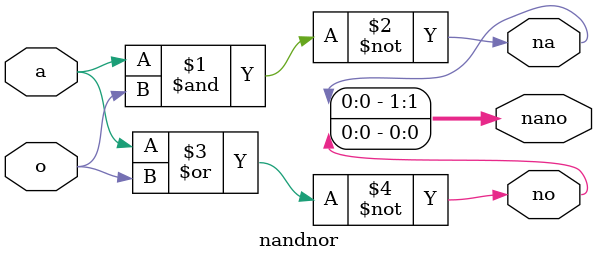
<source format=v>

module nandnor(
  input a, o,
  output na, no,
  output [1:0] nano);
  nand (na, a, o);
  nor (no, a, o);
  assign nano = {na,no};
endmodule

</source>
